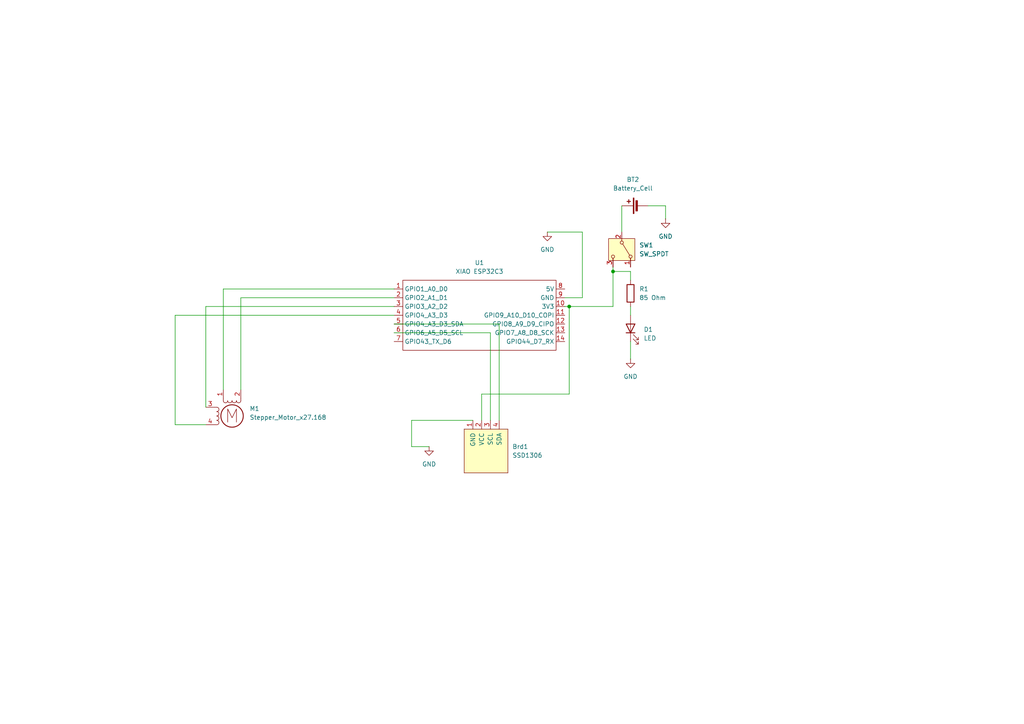
<source format=kicad_sch>
(kicad_sch (version 20231120) (generator "eeschema") (generator_version "8.0")
  (paper "A4")
  (title_block (title "Display Device") (date "2025-02-05") (rev "1") (company "Wayne Tsai"))
  (lib_symbols
    (symbol "Device:Battery_Cell" (pin_numbers hide) (pin_names (offset 0) hide)
      (property "Reference" "BT" (at 2.54 2.54 0))
      (property "Value" "Battery_Cell" (at 2.54 0 0))
      (symbol "Battery_Cell_0_1"
        (rectangle (start -2.286 1.778) (end 2.286 1.524) (fill (type outline)))
        (rectangle (start -1.524 1.016) (end 1.524 0.508) (fill (type outline)))
        (polyline (pts (xy 0 0.762) (xy 0 0)))
        (polyline (pts (xy 0 1.778) (xy 0 2.54)))
        (polyline (pts (xy 0.762 3.048) (xy 1.778 3.048)) (stroke (width 0.254)))
        (polyline (pts (xy 1.27 3.556) (xy 1.27 2.54)) (stroke (width 0.254)))
      )
      (symbol "Battery_Cell_1_1"
        (pin passive line (at 0 5.08 270) (length 2.54) (name "+") (number "1"))
        (pin passive line (at 0 -2.54 90) (length 2.54) (name "-") (number "2"))
      )
    )
    (symbol "Device:LED" (pin_numbers hide) (pin_names (offset 1.016) hide)
      (property "Reference" "D" (at 0 2.54 0))
      (property "Value" "LED" (at 0 -2.54 0))
      (symbol "LED_0_1"
        (polyline (pts (xy -1.27 -1.27) (xy -1.27 1.27)) (stroke (width 0.254)))
        (polyline (pts (xy -1.27 0) (xy 1.27 0)))
        (polyline (pts (xy 1.27 -1.27) (xy 1.27 1.27) (xy -1.27 0) (xy 1.27 -1.27)) (stroke (width 0.254)))
        (polyline (pts (xy -3.048 -0.762) (xy -4.572 -2.286) (xy -3.81 -2.286) (xy -4.572 -2.286) (xy -4.572 -1.524)))
        (polyline (pts (xy -1.778 -0.762) (xy -3.302 -2.286) (xy -2.54 -2.286) (xy -3.302 -2.286) (xy -3.302 -1.524)))
      )
      (symbol "LED_1_1"
        (pin passive line (at -3.81 0 0) (length 2.54) (name "K") (number "1"))
        (pin passive line (at 3.81 0 180) (length 2.54) (name "A") (number "2"))
      )
    )
    (symbol "Device:R" (pin_numbers hide) (pin_names (offset 0))
      (property "Reference" "R" (at 2.032 0 90))
      (property "Value" "R" (at 0 0 90))
      (symbol "R_0_1"
        (rectangle (start -1.016 -2.54) (end 1.016 2.54) (stroke (width 0.254)))
      )
      (symbol "R_1_1"
        (pin passive line (at 0 3.81 270) (length 1.27) (name "~") (number "1"))
        (pin passive line (at 0 -3.81 90) (length 1.27) (name "~") (number "2"))
      )
    )
    (symbol "Motor:Stepper_Motor_bipolar" (pin_names (offset 0) hide)
      (property "Reference" "M" (at 3.81 2.54 0))
      (property "Value" "Stepper_Motor_bipolar" (at 3.81 1.27 0))
      (symbol "Stepper_Motor_bipolar_0_0"
        (polyline (pts (xy -1.27 -1.778) (xy -1.27 2.032) (xy 0 -0.508) (xy 1.27 2.032) (xy 1.27 -1.778)))
      )
      (symbol "Stepper_Motor_bipolar_0_1"
        (arc (start -4.445 -2.54) (mid -3.8127 -1.905) (end -4.445 -1.27))
        (arc (start -4.445 -1.27) (mid -3.8127 -0.635) (end -4.445 0))
        (arc (start -4.445 0) (mid -3.8127 0.635) (end -4.445 1.27))
        (arc (start -4.445 1.27) (mid -3.8127 1.905) (end -4.445 2.54))
        (arc (start -2.54 4.445) (mid -1.905 3.8127) (end -1.27 4.445))
        (arc (start -1.27 4.445) (mid -0.635 3.8127) (end 0 4.445))
        (polyline (pts (xy -5.08 -2.54) (xy -4.445 -2.54)))
        (polyline (pts (xy -5.08 2.54) (xy -4.445 2.54)))
        (polyline (pts (xy -2.54 5.08) (xy -2.54 4.445)))
        (polyline (pts (xy 2.54 5.08) (xy 2.54 4.445)))
        (circle (center 0 0) (radius 3.2512) (stroke (width 0.254)))
        (arc (start 0 4.445) (mid 0.635 3.8127) (end 1.27 4.445))
        (arc (start 1.27 4.445) (mid 1.905 3.8127) (end 2.54 4.445))
      )
      (symbol "Stepper_Motor_bipolar_1_1"
        (pin passive line (at -2.54 7.62 270) (length 2.54) (name "~") (number "1"))
        (pin passive line (at 2.54 7.62 270) (length 2.54) (name "-") (number "2"))
        (pin passive line (at -7.62 2.54 0) (length 2.54) (name "~") (number "3"))
        (pin passive line (at -7.62 -2.54 0) (length 2.54) (name "~") (number "4"))
      )
    )
    (symbol "SSD1306:SSD1306" (pin_names (offset 1.016))
      (property "Reference" "Brd" (at 0 -3.81 0))
      (property "Value" "SSD1306" (at 0 -1.27 0))
      (symbol "SSD1306_0_1"
        (rectangle (start -6.35 6.35) (end 6.35 -6.35) (fill (type background)))
      )
      (symbol "SSD1306_1_1"
        (pin input line (at -3.81 8.89 270) (length 2.54) (name "GND") (number "1"))
        (pin input line (at -1.27 8.89 270) (length 2.54) (name "VCC") (number "2"))
        (pin input line (at 1.27 8.89 270) (length 2.54) (name "SCL") (number "3"))
        (pin input line (at 3.81 8.89 270) (length 2.54) (name "SDA") (number "4"))
      )
    )
    (symbol "Switch:SW_SPDT" (pin_names (offset 0) hide)
      (property "Reference" "SW" (at 0 5.08 0))
      (property "Value" "SW_SPDT" (at 0 -5.08 0))
      (symbol "SW_SPDT_0_1"
        (circle (center -2.032 0) (radius 0.4572))
        (polyline (pts (xy -1.651 0.254) (xy 1.651 2.286)))
        (circle (center 2.032 -2.54) (radius 0.4572))
        (circle (center 2.032 2.54) (radius 0.4572))
      )
      (symbol "SW_SPDT_1_1"
        (rectangle (start -3.175 3.81) (end 3.175 -3.81) (fill (type background)))
        (pin passive line (at 5.08 2.54 180) (length 2.54) (name "A") (number "1"))
        (pin passive line (at -5.08 0 0) (length 2.54) (name "B") (number "2"))
        (pin passive line (at 5.08 -2.54 180) (length 2.54) (name "C") (number "3"))
      )
    )
    (symbol "XIAO ESP32:XIAO_ESP32_SENSE"
      (property "Reference" "U" (at 0 0 0))
      (symbol "XIAO_ESP32_SENSE_0_1"
        (polyline (pts (xy -20.32 8.89) (xy -20.32 -11.43) (xy 24.13 -11.43) (xy 24.13 8.89) (xy -20.32 8.89)))
      )
      (symbol "XIAO_ESP32_SENSE_1_1"
        (pin bidirectional line (at -22.86 6.35 0) (length 2.54) (name "GPIO1_A0_D0") (number "1"))
        (pin bidirectional line (at 26.67 1.27 180) (length 2.54) (name "3V3") (number "10"))
        (pin bidirectional line (at 26.67 -1.27 180) (length 2.54) (name "GPIO9_A10_D10_COPI") (number "11"))
        (pin bidirectional line (at 26.67 -3.81 180) (length 2.54) (name "GPIO8_A9_D9_CIPO") (number "12"))
        (pin bidirectional line (at 26.67 -6.35 180) (length 2.54) (name "GPIO7_A8_D8_SCK") (number "13"))
        (pin bidirectional line (at 26.67 -8.89 180) (length 2.54) (name "GPIO44_D7_RX") (number "14"))
        (pin bidirectional line (at -22.86 3.81 0) (length 2.54) (name "GPIO2_A1_D1") (number "2"))
        (pin bidirectional line (at -22.86 1.27 0) (length 2.54) (name "GPIO3_A2_D2") (number "3"))
        (pin bidirectional line (at -22.86 -1.27 0) (length 2.54) (name "GPIO4_A3_D3") (number "4"))
        (pin bidirectional line (at -22.86 -3.81 0) (length 2.54) (name "GPIO4_A3_D3_SDA") (number "5"))
        (pin bidirectional line (at -22.86 -6.35 0) (length 2.54) (name "GPIO6_A5_D5_SCL") (number "6"))
        (pin bidirectional line (at -22.86 -8.89 0) (length 2.54) (name "GPIO43_TX_D6") (number "7"))
        (pin bidirectional line (at 26.67 6.35 180) (length 2.54) (name "5V") (number "8"))
        (pin bidirectional line (at 26.67 3.81 180) (length 2.54) (name "GND") (number "9"))
      )
    )
    (symbol "power:GND" (power) (pin_numbers hide) (pin_names (offset 0) hide)
      (property "Value" "GND" (at 0 -3.81 0))
      (symbol "GND_0_1"
        (polyline (pts (xy 0 0) (xy 0 -1.27) (xy 1.27 -1.27) (xy 0 -2.54) (xy -1.27 -1.27) (xy 0 -1.27)))
      )
      (symbol "GND_1_1"
        (pin power_in line (at 0 0 270) (length 0) (name "~") (number "1"))
      )
    )
  )
  (junction (at 177.8 78.74))
  (junction (at 165.1 88.9))
  (wire (pts (xy 165.1 88.9) (xy 163.83 88.9)))
  (wire (pts (xy 139.7 114.3) (xy 165.1 114.3)))
  (wire (pts (xy 50.8 123.19) (xy 50.8 91.44)))
  (wire (pts (xy 177.8 88.9) (xy 165.1 88.9)))
  (wire (pts (xy 168.91 67.31) (xy 168.91 86.36)))
  (wire (pts (xy 144.78 121.92) (xy 144.78 93.98)))
  (wire (pts (xy 165.1 114.3) (xy 165.1 88.9)))
  (wire (pts (xy 182.88 81.28) (xy 182.88 78.74)))
  (wire (pts (xy 168.91 67.31) (xy 158.75 67.31)))
  (wire (pts (xy 139.7 114.3) (xy 139.7 121.92)))
  (wire (pts (xy 64.77 113.03) (xy 64.77 83.82)))
  (wire (pts (xy 119.38 121.92) (xy 137.16 121.92)))
  (wire (pts (xy 69.85 86.36) (xy 114.3 86.36)))
  (wire (pts (xy 144.78 93.98) (xy 114.3 93.98)))
  (wire (pts (xy 142.24 121.92) (xy 142.24 96.52)))
  (wire (pts (xy 180.34 59.69) (xy 180.34 67.31)))
  (wire (pts (xy 59.69 123.19) (xy 50.8 123.19)))
  (wire (pts (xy 182.88 88.9) (xy 182.88 91.44)))
  (wire (pts (xy 168.91 86.36) (xy 163.83 86.36)))
  (wire (pts (xy 177.8 78.74) (xy 177.8 88.9)))
  (wire (pts (xy 124.46 129.54) (xy 119.38 129.54)))
  (wire (pts (xy 59.69 118.11) (xy 59.69 88.9)))
  (wire (pts (xy 69.85 113.03) (xy 69.85 86.36)))
  (wire (pts (xy 142.24 96.52) (xy 114.3 96.52)))
  (wire (pts (xy 50.8 91.44) (xy 114.3 91.44)))
  (wire (pts (xy 187.96 59.69) (xy 193.04 59.69)))
  (wire (pts (xy 182.88 78.74) (xy 177.8 78.74)))
  (wire (pts (xy 193.04 59.69) (xy 193.04 63.5)))
  (wire (pts (xy 119.38 129.54) (xy 119.38 121.92)))
  (wire (pts (xy 177.8 77.47) (xy 177.8 78.74)))
  (wire (pts (xy 59.69 88.9) (xy 114.3 88.9)))
  (wire (pts (xy 64.77 83.82) (xy 114.3 83.82)))
  (wire (pts (xy 182.88 99.06) (xy 182.88 104.14)))
  (symbol (lib_id "Device:R") (at 182.88 85.09 0) (unit 1)
    (property "Reference" "R1" (at 185.42 83.8199 0) (effects (justify left)))
    (property "Value" "85 Ohm" (at 185.42 86.3599 0) (effects (justify left)))
    (property "Footprint" "Resistor_THT:R_Axial_DIN0207_L6.3mm_D2.5mm_P10.16mm_Horizontal" (effects (hide yes)))
    (property "Description" "Resistor" (effects (hide yes)))
  )
  (symbol (lib_id "power:GND") (at 182.88 104.14 0) (unit 1)
    (property "Reference" "#PWR02" (effects (hide yes)))
    (property "Value" "GND" (at 182.88 109.22 0))
    (property "Description" "Power symbol creates a global label with name \"GND\" , ground" (effects (hide yes)))
  )
  (symbol (lib_id "Motor:Stepper_Motor_bipolar") (at 67.31 120.65 0) (unit 1)
    (property "Reference" "M1" (at 72.39 118.529 0) (effects (justify left)))
    (property "Value" "Stepper_Motor_x27.168" (at 72.39 121.069 0) (effects (justify left)))
    (property "Footprint" "demo_motor:x27_stepper" (effects (hide yes)))
    (property "Datasheet" "http://www.infineon.com/dgdl/Application-Note-TLE8110EE_driving_UniPolarStepperMotor_V1.1.pdf?fileId=db3a30431be39b97011be5d0aa0a00b0" (effects (hide yes)))
    (property "Description" "4-wire bipolar stepper motor" (effects (hide yes)))
  )
  (symbol (lib_id "XIAO ESP32:XIAO_ESP32_SENSE") (at 137.16 90.17 0) (unit 1)
    (property "Reference" "U1" (at 139.065 76.2 0))
    (property "Value" "XIAO ESP32C3" (at 139.065 78.74 0))
    (property "Footprint" "demo_xiao:XIAO_ESP32_SENSE" (effects (hide yes)))
  )
  (symbol (lib_id "SSD1306:SSD1306") (at 140.97 130.81 0) (unit 1)
    (property "Reference" "Brd1" (at 148.59 129.5399 0) (effects (justify left)))
    (property "Value" "SSD1306" (at 148.59 132.0799 0) (effects (justify left)))
    (property "Footprint" "demo_ssd1306:128x64OLED" (effects (hide yes)))
    (property "Description" "SSD1306 OLED" (effects (hide yes)))
  )
  (symbol (lib_id "Switch:SW_SPDT") (at 180.34 72.39 270) (unit 1)
    (property "Reference" "SW1" (at 185.42 71.1199 90) (effects (justify left)))
    (property "Value" "SW_SPDT" (at 185.42 73.6599 90) (effects (justify left)))
    (property "Footprint" "Connector_JST:JST_EH_B3B-EH-A_1x03_P2.50mm_Vertical" (effects (hide yes)))
    (property "Description" "Switch, single pole double throw" (effects (hide yes)))
  )
  (symbol (lib_id "power:GND") (at 124.46 129.54 0) (unit 1)
    (property "Reference" "#PWR04" (effects (hide yes)))
    (property "Value" "GND" (at 124.46 134.62 0))
    (property "Description" "Power symbol creates a global label with name \"GND\" , ground" (effects (hide yes)))
  )
  (symbol (lib_id "Device:Battery_Cell") (at 185.42 59.69 90) (unit 1)
    (property "Reference" "BT2" (at 183.5785 52.07 90))
    (property "Value" "Battery_Cell" (at 183.5785 54.61 90))
    (property "Footprint" "Connector_JST:JST_NV_B02P-NV_1x02_P5.00mm_Vertical" (effects (hide yes)))
    (property "Description" "Single-cell battery" (effects (hide yes)))
  )
  (symbol (lib_id "Device:LED") (at 182.88 95.25 90) (unit 1)
    (property "Reference" "D1" (at 186.69 95.5674 90) (effects (justify right)))
    (property "Value" "LED" (at 186.69 98.1074 90) (effects (justify right)))
    (property "Footprint" "LED_THT:LED_D5.0mm" (effects (hide yes)))
    (property "Description" "Light emitting diode" (effects (hide yes)))
  )
  (symbol (lib_id "power:GND") (at 193.04 63.5 0) (unit 1)
    (property "Reference" "#PWR01" (effects (hide yes)))
    (property "Value" "GND" (at 193.04 68.58 0))
    (property "Description" "Power symbol creates a global label with name \"GND\" , ground" (effects (hide yes)))
  )
  (symbol (lib_id "power:GND") (at 158.75 67.31 0) (unit 1)
    (property "Reference" "#PWR05" (effects (hide yes)))
    (property "Value" "GND" (at 158.75 72.39 0))
    (property "Description" "Power symbol creates a global label with name \"GND\" , ground" (effects (hide yes)))
  )
)
</source>
